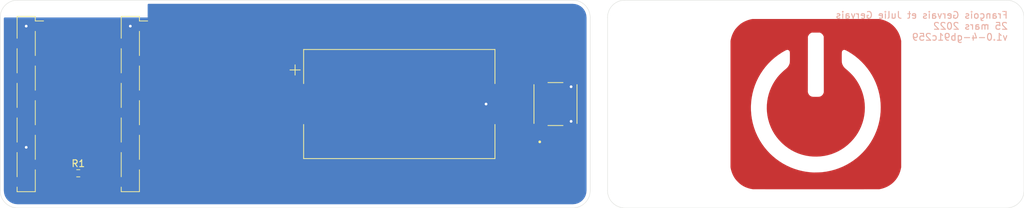
<source format=kicad_pcb>
(kicad_pcb (version 20171130) (host pcbnew 5.1.7-a382d34a8~88~ubuntu18.04.1)

  (general
    (thickness 1.6)
    (drawings 17)
    (tracks 29)
    (zones 0)
    (modules 6)
    (nets 19)
  )

  (page A4)
  (layers
    (0 F.Cu signal)
    (31 B.Cu signal)
    (32 B.Adhes user)
    (33 F.Adhes user)
    (34 B.Paste user)
    (35 F.Paste user)
    (36 B.SilkS user)
    (37 F.SilkS user)
    (38 B.Mask user)
    (39 F.Mask user)
    (40 Dwgs.User user)
    (41 Cmts.User user)
    (42 Eco1.User user)
    (43 Eco2.User user)
    (44 Edge.Cuts user)
    (45 Margin user)
    (46 B.CrtYd user)
    (47 F.CrtYd user hide)
    (48 B.Fab user)
    (49 F.Fab user hide)
  )

  (setup
    (last_trace_width 0.25)
    (trace_clearance 0.2)
    (zone_clearance 0.508)
    (zone_45_only no)
    (trace_min 0.2)
    (via_size 0.8)
    (via_drill 0.4)
    (via_min_size 0.4)
    (via_min_drill 0.3)
    (uvia_size 0.3)
    (uvia_drill 0.1)
    (uvias_allowed no)
    (uvia_min_size 0.2)
    (uvia_min_drill 0.1)
    (edge_width 0.05)
    (segment_width 0.2)
    (pcb_text_width 0.3)
    (pcb_text_size 1.5 1.5)
    (mod_edge_width 0.12)
    (mod_text_size 1 1)
    (mod_text_width 0.15)
    (pad_size 1.524 1.524)
    (pad_drill 0.762)
    (pad_to_mask_clearance 0)
    (aux_axis_origin 0 0)
    (grid_origin 20.32 30.48)
    (visible_elements FFFFFF7F)
    (pcbplotparams
      (layerselection 0x010fc_ffffffff)
      (usegerberextensions false)
      (usegerberattributes true)
      (usegerberadvancedattributes true)
      (creategerberjobfile true)
      (excludeedgelayer true)
      (linewidth 0.100000)
      (plotframeref false)
      (viasonmask false)
      (mode 1)
      (useauxorigin false)
      (hpglpennumber 1)
      (hpglpenspeed 20)
      (hpglpendiameter 15.000000)
      (psnegative false)
      (psa4output false)
      (plotreference true)
      (plotvalue true)
      (plotinvisibletext false)
      (padsonsilk false)
      (subtractmaskfromsilk false)
      (outputformat 1)
      (mirror false)
      (drillshape 1)
      (scaleselection 1)
      (outputdirectory ""))
  )

  (net 0 "")
  (net 1 GND)
  (net 2 VCC)
  (net 3 /VBUS)
  (net 4 /0.29)
  (net 5 /1.15)
  (net 6 /1.10)
  (net 7 /0.31)
  (net 8 /0.02)
  (net 9 /1.13)
  (net 10 /0.13)
  (net 11 /0.17)
  (net 12 /0.22)
  (net 13 /1.00)
  (net 14 /0.10)
  (net 15 /0.15)
  (net 16 /TX)
  (net 17 /RX)
  (net 18 /0.09)

  (net_class Default "This is the default net class."
    (clearance 0.2)
    (trace_width 0.25)
    (via_dia 0.8)
    (via_drill 0.4)
    (uvia_dia 0.3)
    (uvia_drill 0.1)
    (add_net /0.02)
    (add_net /0.09)
    (add_net /0.10)
    (add_net /0.13)
    (add_net /0.15)
    (add_net /0.17)
    (add_net /0.22)
    (add_net /0.29)
    (add_net /0.31)
    (add_net /1.00)
    (add_net /1.10)
    (add_net /1.13)
    (add_net /1.15)
    (add_net /RX)
    (add_net /TX)
    (add_net /VBUS)
    (add_net GND)
    (add_net VCC)
  )

  (module project-nrf-thread-switch_hardware:power_sym (layer F.Cu) (tedit 0) (tstamp 623E5220)
    (at 135.89 30.48)
    (fp_text reference Ref** (at 0 0) (layer F.SilkS) hide
      (effects (font (size 1.27 1.27) (thickness 0.15)))
    )
    (fp_text value Val** (at 0 0) (layer F.SilkS) hide
      (effects (font (size 1.27 1.27) (thickness 0.15)))
    )
    (fp_poly (pts (xy 9.525 -12.428928) (xy 9.868116 -12.337401) (xy 10.203157 -12.216602) (xy 10.522366 -12.070122)
      (xy 10.817983 -11.901554) (xy 11.082253 -11.714489) (xy 11.101917 -11.698745) (xy 11.4051 -11.42731)
      (xy 11.674003 -11.131208) (xy 11.908038 -10.811399) (xy 12.10662 -10.468844) (xy 12.269164 -10.104501)
      (xy 12.395084 -9.719331) (xy 12.450782 -9.488299) (xy 12.498917 -9.260417) (xy 12.498917 9.281583)
      (xy 12.450782 9.509465) (xy 12.352653 9.886606) (xy 12.220733 10.244395) (xy 12.11745 10.466917)
      (xy 11.921501 10.811423) (xy 11.69361 11.128953) (xy 11.435512 11.418177) (xy 11.148943 11.67777)
      (xy 10.83564 11.906401) (xy 10.497337 12.102745) (xy 10.135773 12.265471) (xy 9.752681 12.393253)
      (xy 9.525 12.450022) (xy 9.30275 12.498917) (xy 0.074083 12.50112) (xy -0.549247 12.50125)
      (xy -1.162077 12.501341) (xy -1.763039 12.501393) (xy -2.350761 12.501407) (xy -2.923874 12.501385)
      (xy -3.48101 12.501327) (xy -4.020797 12.501233) (xy -4.541867 12.501106) (xy -5.04285 12.500946)
      (xy -5.522376 12.500753) (xy -5.979076 12.500529) (xy -6.41158 12.500275) (xy -6.818518 12.499991)
      (xy -7.198521 12.499678) (xy -7.550219 12.499338) (xy -7.872243 12.49897) (xy -8.163222 12.498577)
      (xy -8.421788 12.498159) (xy -8.64657 12.497716) (xy -8.836199 12.49725) (xy -8.989306 12.496762)
      (xy -9.10452 12.496253) (xy -9.180473 12.495722) (xy -9.215794 12.495172) (xy -9.218083 12.495036)
      (xy -9.566879 12.431464) (xy -9.916774 12.333232) (xy -10.258488 12.203924) (xy -10.582737 12.047121)
      (xy -10.88024 11.866405) (xy -10.922 11.837446) (xy -11.046442 11.741525) (xy -11.186919 11.619818)
      (xy -11.334805 11.480948) (xy -11.481478 11.333541) (xy -11.618312 11.18622) (xy -11.736684 11.047608)
      (xy -11.81628 10.943167) (xy -11.998919 10.653071) (xy -12.159401 10.334118) (xy -12.293709 9.995701)
      (xy -12.397823 9.647211) (xy -12.429616 9.509465) (xy -12.47775 9.281583) (xy -12.47775 0.319343)
      (xy -9.493834 0.319343) (xy -9.488595 0.938604) (xy -9.443026 1.556394) (xy -9.357101 2.170669)
      (xy -9.230796 2.779384) (xy -9.064085 3.380493) (xy -8.856943 3.971951) (xy -8.771785 4.183764)
      (xy -8.511248 4.755743) (xy -8.215708 5.305468) (xy -7.886745 5.831676) (xy -7.525943 6.333099)
      (xy -7.134884 6.808475) (xy -6.715149 7.256536) (xy -6.268322 7.676018) (xy -5.795983 8.065655)
      (xy -5.299716 8.424183) (xy -4.781102 8.750336) (xy -4.241724 9.042849) (xy -3.683163 9.300456)
      (xy -3.107002 9.521893) (xy -2.514823 9.705894) (xy -1.908208 9.851194) (xy -1.616056 9.906187)
      (xy -1.403417 9.939866) (xy -1.172066 9.971537) (xy -0.936037 9.99957) (xy -0.709362 10.022332)
      (xy -0.506077 10.038191) (xy -0.455083 10.041181) (xy -0.336022 10.045008) (xy -0.184249 10.046026)
      (xy -0.009276 10.044506) (xy 0.179389 10.04072) (xy 0.372233 10.03494) (xy 0.559748 10.027437)
      (xy 0.732423 10.018482) (xy 0.880748 10.008346) (xy 0.96556 10.000635) (xy 1.593271 9.914028)
      (xy 2.207976 9.788088) (xy 2.808215 9.623983) (xy 3.392528 9.422885) (xy 3.959453 9.185962)
      (xy 4.507532 8.914384) (xy 5.035304 8.60932) (xy 5.541309 8.27194) (xy 6.024086 7.903414)
      (xy 6.482175 7.50491) (xy 6.914116 7.077599) (xy 7.318449 6.62265) (xy 7.693713 6.141232)
      (xy 8.038448 5.634516) (xy 8.351195 5.10367) (xy 8.630492 4.549864) (xy 8.874879 3.974267)
      (xy 9.030191 3.541621) (xy 9.2089 2.937558) (xy 9.346654 2.326642) (xy 9.443659 1.710931)
      (xy 9.500123 1.092481) (xy 9.516256 0.47335) (xy 9.492263 -0.144405) (xy 9.428354 -0.758727)
      (xy 9.324737 -1.367559) (xy 9.181618 -1.968845) (xy 8.999206 -2.560526) (xy 8.777709 -3.140545)
      (xy 8.517334 -3.706847) (xy 8.247091 -4.207993) (xy 7.920238 -4.731784) (xy 7.559669 -5.233863)
      (xy 7.167781 -5.711912) (xy 6.746972 -6.163613) (xy 6.299638 -6.586648) (xy 5.828176 -6.978698)
      (xy 5.334982 -7.337445) (xy 4.822455 -7.66057) (xy 4.482058 -7.849363) (xy 4.340215 -7.915349)
      (xy 4.221401 -7.950316) (xy 4.120094 -7.954497) (xy 4.030769 -7.928128) (xy 3.948505 -7.87197)
      (xy 3.911608 -7.837801) (xy 3.881348 -7.803353) (xy 3.857068 -7.764214) (xy 3.838113 -7.715971)
      (xy 3.823827 -7.654213) (xy 3.813555 -7.574525) (xy 3.80664 -7.472496) (xy 3.802428 -7.343714)
      (xy 3.800262 -7.183765) (xy 3.799487 -6.988237) (xy 3.799417 -6.868583) (xy 3.79964 -6.655098)
      (xy 3.800732 -6.478671) (xy 3.803324 -6.334025) (xy 3.808047 -6.215886) (xy 3.815533 -6.118979)
      (xy 3.826414 -6.038028) (xy 3.841321 -5.967757) (xy 3.860887 -5.902893) (xy 3.885742 -5.838159)
      (xy 3.916518 -5.76828) (xy 3.936272 -5.725583) (xy 4.003678 -5.594158) (xy 4.078754 -5.476725)
      (xy 4.168027 -5.365572) (xy 4.278022 -5.252987) (xy 4.415264 -5.131257) (xy 4.49432 -5.066029)
      (xy 4.654887 -4.93001) (xy 4.829104 -4.772143) (xy 5.008775 -4.600591) (xy 5.185703 -4.423517)
      (xy 5.351692 -4.249086) (xy 5.498546 -4.085459) (xy 5.596004 -3.96875) (xy 5.922984 -3.52696)
      (xy 6.213331 -3.066077) (xy 6.466645 -2.588305) (xy 6.682522 -2.09585) (xy 6.860562 -1.590915)
      (xy 7.000363 -1.075707) (xy 7.101522 -0.55243) (xy 7.163638 -0.023289) (xy 7.186309 0.509511)
      (xy 7.169133 1.043766) (xy 7.111708 1.57727) (xy 7.013633 2.107819) (xy 6.874504 2.633208)
      (xy 6.826709 2.783417) (xy 6.637677 3.294895) (xy 6.416824 3.779826) (xy 6.162521 4.240849)
      (xy 5.873137 4.680603) (xy 5.547042 5.101729) (xy 5.182607 5.506864) (xy 5.081056 5.610223)
      (xy 4.679657 5.984925) (xy 4.262956 6.320862) (xy 3.828315 6.619663) (xy 3.373093 6.882958)
      (xy 2.894651 7.112378) (xy 2.390351 7.309552) (xy 2.25425 7.355876) (xy 1.739832 7.503792)
      (xy 1.214243 7.612121) (xy 0.680891 7.680946) (xy 0.143186 7.710355) (xy -0.395462 7.700432)
      (xy -0.931642 7.651263) (xy -1.461947 7.562933) (xy -1.982965 7.435528) (xy -2.491288 7.269134)
      (xy -2.582333 7.2346) (xy -3.083852 7.017914) (xy -3.563963 6.764848) (xy -4.023 6.475183)
      (xy -4.46129 6.148703) (xy -4.879167 5.785193) (xy -5.05989 5.610223) (xy -5.434592 5.208824)
      (xy -5.770529 4.792123) (xy -6.06933 4.357481) (xy -6.332625 3.902259) (xy -6.562045 3.423818)
      (xy -6.759219 2.919518) (xy -6.805543 2.783417) (xy -6.956665 2.259688) (xy -7.066603 1.730228)
      (xy -7.135755 1.197231) (xy -7.164523 0.662893) (xy -7.153306 0.129408) (xy -7.102505 -0.40103)
      (xy -7.012518 -0.926225) (xy -6.883748 -1.443984) (xy -6.787819 -1.735593) (xy -1.164592 -1.735593)
      (xy -1.120101 -1.603525) (xy -1.042348 -1.434875) (xy -0.932962 -1.292383) (xy -0.79523 -1.179409)
      (xy -0.632436 -1.099312) (xy -0.624417 -1.09648) (xy -0.584265 -1.084592) (xy -0.536956 -1.075473)
      (xy -0.476564 -1.068768) (xy -0.397161 -1.064124) (xy -0.292823 -1.061186) (xy -0.157623 -1.059599)
      (xy 0.001927 -1.059025) (xy 0.185157 -1.059517) (xy 0.330794 -1.061682) (xy 0.443552 -1.065741)
      (xy 0.528147 -1.071917) (xy 0.589293 -1.08043) (xy 0.621449 -1.088131) (xy 0.780169 -1.157349)
      (xy 0.920227 -1.261248) (xy 1.035965 -1.394226) (xy 1.121728 -1.550677) (xy 1.141435 -1.603338)
      (xy 1.185758 -1.735593) (xy 1.17475 -9.895417) (xy 1.10732 -10.037758) (xy 1.009985 -10.195649)
      (xy 0.881896 -10.327057) (xy 0.728215 -10.426713) (xy 0.724255 -10.428671) (xy 0.60325 -10.488083)
      (xy -0.582083 -10.488083) (xy -0.703088 -10.428671) (xy -0.857321 -10.329841) (xy -0.986084 -10.199134)
      (xy -1.084218 -10.041817) (xy -1.086154 -10.037758) (xy -1.153583 -9.895417) (xy -1.159088 -5.815505)
      (xy -1.164592 -1.735593) (xy -6.787819 -1.735593) (xy -6.716592 -1.952111) (xy -6.511452 -2.448412)
      (xy -6.268727 -2.930692) (xy -5.988817 -3.396757) (xy -5.672123 -3.844412) (xy -5.574838 -3.96875)
      (xy -5.448993 -4.117998) (xy -5.297511 -4.284528) (xy -5.128588 -4.460175) (xy -4.950421 -4.636777)
      (xy -4.771206 -4.806169) (xy -4.599139 -4.960189) (xy -4.473154 -5.066029) (xy -4.323021 -5.192491)
      (xy -4.20286 -5.305941) (xy -4.105897 -5.414393) (xy -4.025358 -5.525855) (xy -3.954469 -5.64834)
      (xy -3.916847 -5.723922) (xy -3.882161 -5.798241) (xy -3.853799 -5.864696) (xy -3.831126 -5.928533)
      (xy -3.813505 -5.995002) (xy -3.800303 -6.069352) (xy -3.790882 -6.15683) (xy -3.784607 -6.262687)
      (xy -3.780844 -6.39217) (xy -3.778956 -6.550529) (xy -3.778308 -6.743011) (xy -3.77825 -6.868583)
      (xy -3.77843 -7.068431) (xy -3.779112 -7.230647) (xy -3.780511 -7.35993) (xy -3.782843 -7.460981)
      (xy -3.786322 -7.538499) (xy -3.791163 -7.597185) (xy -3.79758 -7.641738) (xy -3.805789 -7.67686)
      (xy -3.816004 -7.707248) (xy -3.816666 -7.708972) (xy -3.879281 -7.820198) (xy -3.966025 -7.899271)
      (xy -4.071532 -7.943381) (xy -4.190436 -7.949716) (xy -4.253576 -7.937749) (xy -4.323836 -7.911895)
      (xy -4.424162 -7.864971) (xy -4.549574 -7.799657) (xy -4.695096 -7.718636) (xy -4.855751 -7.624589)
      (xy -5.013503 -7.528331) (xy -5.535266 -7.179155) (xy -6.031747 -6.796784) (xy -6.501355 -6.383047)
      (xy -6.9425 -5.939773) (xy -7.35359 -5.468792) (xy -7.733035 -4.971933) (xy -8.079245 -4.451024)
      (xy -8.390627 -3.907895) (xy -8.665592 -3.344375) (xy -8.679735 -3.312583) (xy -8.915951 -2.727444)
      (xy -9.111987 -2.131506) (xy -9.267819 -1.526813) (xy -9.383421 -0.91541) (xy -9.458767 -0.299343)
      (xy -9.493834 0.319343) (xy -12.47775 0.319343) (xy -12.47775 -9.260417) (xy -12.429616 -9.488299)
      (xy -12.338476 -9.838175) (xy -12.215562 -10.181674) (xy -12.064893 -10.509402) (xy -11.890487 -10.811966)
      (xy -11.81628 -10.922) (xy -11.720359 -11.046442) (xy -11.598652 -11.186919) (xy -11.459782 -11.334805)
      (xy -11.312375 -11.481478) (xy -11.165053 -11.618312) (xy -11.026442 -11.736684) (xy -10.922 -11.81628)
      (xy -10.631905 -11.998919) (xy -10.312952 -12.159401) (xy -9.974534 -12.293709) (xy -9.626045 -12.397823)
      (xy -9.488299 -12.429616) (xy -9.260417 -12.47775) (xy 9.30275 -12.47775) (xy 9.525 -12.428928)) (layer F.Cu) (width 0.01))
    (fp_poly (pts (xy 9.525 -12.428928) (xy 9.868116 -12.337401) (xy 10.203157 -12.216602) (xy 10.522366 -12.070122)
      (xy 10.817983 -11.901554) (xy 11.082253 -11.714489) (xy 11.101917 -11.698745) (xy 11.4051 -11.42731)
      (xy 11.674003 -11.131208) (xy 11.908038 -10.811399) (xy 12.10662 -10.468844) (xy 12.269164 -10.104501)
      (xy 12.395084 -9.719331) (xy 12.450782 -9.488299) (xy 12.498917 -9.260417) (xy 12.498917 9.281583)
      (xy 12.450782 9.509465) (xy 12.352653 9.886606) (xy 12.220733 10.244395) (xy 12.11745 10.466917)
      (xy 11.921501 10.811423) (xy 11.69361 11.128953) (xy 11.435512 11.418177) (xy 11.148943 11.67777)
      (xy 10.83564 11.906401) (xy 10.497337 12.102745) (xy 10.135773 12.265471) (xy 9.752681 12.393253)
      (xy 9.525 12.450022) (xy 9.30275 12.498917) (xy 0.074083 12.50112) (xy -0.549247 12.50125)
      (xy -1.162077 12.501341) (xy -1.763039 12.501393) (xy -2.350761 12.501407) (xy -2.923874 12.501385)
      (xy -3.48101 12.501327) (xy -4.020797 12.501233) (xy -4.541867 12.501106) (xy -5.04285 12.500946)
      (xy -5.522376 12.500753) (xy -5.979076 12.500529) (xy -6.41158 12.500275) (xy -6.818518 12.499991)
      (xy -7.198521 12.499678) (xy -7.550219 12.499338) (xy -7.872243 12.49897) (xy -8.163222 12.498577)
      (xy -8.421788 12.498159) (xy -8.64657 12.497716) (xy -8.836199 12.49725) (xy -8.989306 12.496762)
      (xy -9.10452 12.496253) (xy -9.180473 12.495722) (xy -9.215794 12.495172) (xy -9.218083 12.495036)
      (xy -9.566879 12.431464) (xy -9.916774 12.333232) (xy -10.258488 12.203924) (xy -10.582737 12.047121)
      (xy -10.88024 11.866405) (xy -10.922 11.837446) (xy -11.046442 11.741525) (xy -11.186919 11.619818)
      (xy -11.334805 11.480948) (xy -11.481478 11.333541) (xy -11.618312 11.18622) (xy -11.736684 11.047608)
      (xy -11.81628 10.943167) (xy -11.998919 10.653071) (xy -12.159401 10.334118) (xy -12.293709 9.995701)
      (xy -12.397823 9.647211) (xy -12.429616 9.509465) (xy -12.47775 9.281583) (xy -12.47775 0.319343)
      (xy -9.493834 0.319343) (xy -9.488595 0.938604) (xy -9.443026 1.556394) (xy -9.357101 2.170669)
      (xy -9.230796 2.779384) (xy -9.064085 3.380493) (xy -8.856943 3.971951) (xy -8.771785 4.183764)
      (xy -8.511248 4.755743) (xy -8.215708 5.305468) (xy -7.886745 5.831676) (xy -7.525943 6.333099)
      (xy -7.134884 6.808475) (xy -6.715149 7.256536) (xy -6.268322 7.676018) (xy -5.795983 8.065655)
      (xy -5.299716 8.424183) (xy -4.781102 8.750336) (xy -4.241724 9.042849) (xy -3.683163 9.300456)
      (xy -3.107002 9.521893) (xy -2.514823 9.705894) (xy -1.908208 9.851194) (xy -1.616056 9.906187)
      (xy -1.403417 9.939866) (xy -1.172066 9.971537) (xy -0.936037 9.99957) (xy -0.709362 10.022332)
      (xy -0.506077 10.038191) (xy -0.455083 10.041181) (xy -0.336022 10.045008) (xy -0.184249 10.046026)
      (xy -0.009276 10.044506) (xy 0.179389 10.04072) (xy 0.372233 10.03494) (xy 0.559748 10.027437)
      (xy 0.732423 10.018482) (xy 0.880748 10.008346) (xy 0.96556 10.000635) (xy 1.593271 9.914028)
      (xy 2.207976 9.788088) (xy 2.808215 9.623983) (xy 3.392528 9.422885) (xy 3.959453 9.185962)
      (xy 4.507532 8.914384) (xy 5.035304 8.60932) (xy 5.541309 8.27194) (xy 6.024086 7.903414)
      (xy 6.482175 7.50491) (xy 6.914116 7.077599) (xy 7.318449 6.62265) (xy 7.693713 6.141232)
      (xy 8.038448 5.634516) (xy 8.351195 5.10367) (xy 8.630492 4.549864) (xy 8.874879 3.974267)
      (xy 9.030191 3.541621) (xy 9.2089 2.937558) (xy 9.346654 2.326642) (xy 9.443659 1.710931)
      (xy 9.500123 1.092481) (xy 9.516256 0.47335) (xy 9.492263 -0.144405) (xy 9.428354 -0.758727)
      (xy 9.324737 -1.367559) (xy 9.181618 -1.968845) (xy 8.999206 -2.560526) (xy 8.777709 -3.140545)
      (xy 8.517334 -3.706847) (xy 8.247091 -4.207993) (xy 7.920238 -4.731784) (xy 7.559669 -5.233863)
      (xy 7.167781 -5.711912) (xy 6.746972 -6.163613) (xy 6.299638 -6.586648) (xy 5.828176 -6.978698)
      (xy 5.334982 -7.337445) (xy 4.822455 -7.66057) (xy 4.482058 -7.849363) (xy 4.340215 -7.915349)
      (xy 4.221401 -7.950316) (xy 4.120094 -7.954497) (xy 4.030769 -7.928128) (xy 3.948505 -7.87197)
      (xy 3.911608 -7.837801) (xy 3.881348 -7.803353) (xy 3.857068 -7.764214) (xy 3.838113 -7.715971)
      (xy 3.823827 -7.654213) (xy 3.813555 -7.574525) (xy 3.80664 -7.472496) (xy 3.802428 -7.343714)
      (xy 3.800262 -7.183765) (xy 3.799487 -6.988237) (xy 3.799417 -6.868583) (xy 3.79964 -6.655098)
      (xy 3.800732 -6.478671) (xy 3.803324 -6.334025) (xy 3.808047 -6.215886) (xy 3.815533 -6.118979)
      (xy 3.826414 -6.038028) (xy 3.841321 -5.967757) (xy 3.860887 -5.902893) (xy 3.885742 -5.838159)
      (xy 3.916518 -5.76828) (xy 3.936272 -5.725583) (xy 4.003678 -5.594158) (xy 4.078754 -5.476725)
      (xy 4.168027 -5.365572) (xy 4.278022 -5.252987) (xy 4.415264 -5.131257) (xy 4.49432 -5.066029)
      (xy 4.654887 -4.93001) (xy 4.829104 -4.772143) (xy 5.008775 -4.600591) (xy 5.185703 -4.423517)
      (xy 5.351692 -4.249086) (xy 5.498546 -4.085459) (xy 5.596004 -3.96875) (xy 5.922984 -3.52696)
      (xy 6.213331 -3.066077) (xy 6.466645 -2.588305) (xy 6.682522 -2.09585) (xy 6.860562 -1.590915)
      (xy 7.000363 -1.075707) (xy 7.101522 -0.55243) (xy 7.163638 -0.023289) (xy 7.186309 0.509511)
      (xy 7.169133 1.043766) (xy 7.111708 1.57727) (xy 7.013633 2.107819) (xy 6.874504 2.633208)
      (xy 6.826709 2.783417) (xy 6.637677 3.294895) (xy 6.416824 3.779826) (xy 6.162521 4.240849)
      (xy 5.873137 4.680603) (xy 5.547042 5.101729) (xy 5.182607 5.506864) (xy 5.081056 5.610223)
      (xy 4.679657 5.984925) (xy 4.262956 6.320862) (xy 3.828315 6.619663) (xy 3.373093 6.882958)
      (xy 2.894651 7.112378) (xy 2.390351 7.309552) (xy 2.25425 7.355876) (xy 1.739832 7.503792)
      (xy 1.214243 7.612121) (xy 0.680891 7.680946) (xy 0.143186 7.710355) (xy -0.395462 7.700432)
      (xy -0.931642 7.651263) (xy -1.461947 7.562933) (xy -1.982965 7.435528) (xy -2.491288 7.269134)
      (xy -2.582333 7.2346) (xy -3.083852 7.017914) (xy -3.563963 6.764848) (xy -4.023 6.475183)
      (xy -4.46129 6.148703) (xy -4.879167 5.785193) (xy -5.05989 5.610223) (xy -5.434592 5.208824)
      (xy -5.770529 4.792123) (xy -6.06933 4.357481) (xy -6.332625 3.902259) (xy -6.562045 3.423818)
      (xy -6.759219 2.919518) (xy -6.805543 2.783417) (xy -6.956665 2.259688) (xy -7.066603 1.730228)
      (xy -7.135755 1.197231) (xy -7.164523 0.662893) (xy -7.153306 0.129408) (xy -7.102505 -0.40103)
      (xy -7.012518 -0.926225) (xy -6.883748 -1.443984) (xy -6.787819 -1.735593) (xy -1.164592 -1.735593)
      (xy -1.120101 -1.603525) (xy -1.042348 -1.434875) (xy -0.932962 -1.292383) (xy -0.79523 -1.179409)
      (xy -0.632436 -1.099312) (xy -0.624417 -1.09648) (xy -0.584265 -1.084592) (xy -0.536956 -1.075473)
      (xy -0.476564 -1.068768) (xy -0.397161 -1.064124) (xy -0.292823 -1.061186) (xy -0.157623 -1.059599)
      (xy 0.001927 -1.059025) (xy 0.185157 -1.059517) (xy 0.330794 -1.061682) (xy 0.443552 -1.065741)
      (xy 0.528147 -1.071917) (xy 0.589293 -1.08043) (xy 0.621449 -1.088131) (xy 0.780169 -1.157349)
      (xy 0.920227 -1.261248) (xy 1.035965 -1.394226) (xy 1.121728 -1.550677) (xy 1.141435 -1.603338)
      (xy 1.185758 -1.735593) (xy 1.17475 -9.895417) (xy 1.10732 -10.037758) (xy 1.009985 -10.195649)
      (xy 0.881896 -10.327057) (xy 0.728215 -10.426713) (xy 0.724255 -10.428671) (xy 0.60325 -10.488083)
      (xy -0.582083 -10.488083) (xy -0.703088 -10.428671) (xy -0.857321 -10.329841) (xy -0.986084 -10.199134)
      (xy -1.084218 -10.041817) (xy -1.086154 -10.037758) (xy -1.153583 -9.895417) (xy -1.159088 -5.815505)
      (xy -1.164592 -1.735593) (xy -6.787819 -1.735593) (xy -6.716592 -1.952111) (xy -6.511452 -2.448412)
      (xy -6.268727 -2.930692) (xy -5.988817 -3.396757) (xy -5.672123 -3.844412) (xy -5.574838 -3.96875)
      (xy -5.448993 -4.117998) (xy -5.297511 -4.284528) (xy -5.128588 -4.460175) (xy -4.950421 -4.636777)
      (xy -4.771206 -4.806169) (xy -4.599139 -4.960189) (xy -4.473154 -5.066029) (xy -4.323021 -5.192491)
      (xy -4.20286 -5.305941) (xy -4.105897 -5.414393) (xy -4.025358 -5.525855) (xy -3.954469 -5.64834)
      (xy -3.916847 -5.723922) (xy -3.882161 -5.798241) (xy -3.853799 -5.864696) (xy -3.831126 -5.928533)
      (xy -3.813505 -5.995002) (xy -3.800303 -6.069352) (xy -3.790882 -6.15683) (xy -3.784607 -6.262687)
      (xy -3.780844 -6.39217) (xy -3.778956 -6.550529) (xy -3.778308 -6.743011) (xy -3.77825 -6.868583)
      (xy -3.77843 -7.068431) (xy -3.779112 -7.230647) (xy -3.780511 -7.35993) (xy -3.782843 -7.460981)
      (xy -3.786322 -7.538499) (xy -3.791163 -7.597185) (xy -3.79758 -7.641738) (xy -3.805789 -7.67686)
      (xy -3.816004 -7.707248) (xy -3.816666 -7.708972) (xy -3.879281 -7.820198) (xy -3.966025 -7.899271)
      (xy -4.071532 -7.943381) (xy -4.190436 -7.949716) (xy -4.253576 -7.937749) (xy -4.323836 -7.911895)
      (xy -4.424162 -7.864971) (xy -4.549574 -7.799657) (xy -4.695096 -7.718636) (xy -4.855751 -7.624589)
      (xy -5.013503 -7.528331) (xy -5.535266 -7.179155) (xy -6.031747 -6.796784) (xy -6.501355 -6.383047)
      (xy -6.9425 -5.939773) (xy -7.35359 -5.468792) (xy -7.733035 -4.971933) (xy -8.079245 -4.451024)
      (xy -8.390627 -3.907895) (xy -8.665592 -3.344375) (xy -8.679735 -3.312583) (xy -8.915951 -2.727444)
      (xy -9.111987 -2.131506) (xy -9.267819 -1.526813) (xy -9.383421 -0.91541) (xy -9.458767 -0.299343)
      (xy -9.493834 0.319343) (xy -12.47775 0.319343) (xy -12.47775 -9.260417) (xy -12.429616 -9.488299)
      (xy -12.338476 -9.838175) (xy -12.215562 -10.181674) (xy -12.064893 -10.509402) (xy -11.890487 -10.811966)
      (xy -11.81628 -10.922) (xy -11.720359 -11.046442) (xy -11.598652 -11.186919) (xy -11.459782 -11.334805)
      (xy -11.312375 -11.481478) (xy -11.165053 -11.618312) (xy -11.026442 -11.736684) (xy -10.922 -11.81628)
      (xy -10.631905 -11.998919) (xy -10.312952 -12.159401) (xy -9.974534 -12.293709) (xy -9.626045 -12.397823)
      (xy -9.488299 -12.429616) (xy -9.260417 -12.47775) (xy 9.30275 -12.47775) (xy 9.525 -12.428928)) (layer F.Mask) (width 0.01))
  )

  (module Connector_PinSocket_2.54mm:PinSocket_1x10_P2.54mm_Vertical_SMD_Pin1Right (layer F.Cu) (tedit 5A19A42F) (tstamp 623293B7)
    (at 20.32 30.48)
    (descr "surface-mounted straight socket strip, 1x10, 2.54mm pitch, single row, style 2 (pin 1 right) (https://cdn.harwin.com/pdfs/M20-786.pdf), script generated")
    (tags "Surface mounted socket strip SMD 1x10 2.54mm single row style2 pin1 right")
    (path /62320CB9)
    (attr smd)
    (fp_text reference J1 (at 0 -14.3) (layer F.Fab)
      (effects (font (size 1 1) (thickness 0.15)))
    )
    (fp_text value Left (at 0 14.3) (layer F.Fab)
      (effects (font (size 1 1) (thickness 0.15)))
    )
    (fp_text user %R (at 0 0 90) (layer F.Fab)
      (effects (font (size 1 1) (thickness 0.15)))
    )
    (fp_line (start -1.33 -12.86) (end 1.33 -12.86) (layer F.SilkS) (width 0.12))
    (fp_line (start 1.33 -12.86) (end 1.33 -12.19) (layer F.SilkS) (width 0.12))
    (fp_line (start 1.33 -10.67) (end 1.33 -7.11) (layer F.SilkS) (width 0.12))
    (fp_line (start 1.33 -5.59) (end 1.33 -2.03) (layer F.SilkS) (width 0.12))
    (fp_line (start 1.33 -0.51) (end 1.33 3.05) (layer F.SilkS) (width 0.12))
    (fp_line (start 1.33 4.57) (end 1.33 8.13) (layer F.SilkS) (width 0.12))
    (fp_line (start 1.33 9.65) (end 1.33 12.86) (layer F.SilkS) (width 0.12))
    (fp_line (start -1.33 12.86) (end 1.33 12.86) (layer F.SilkS) (width 0.12))
    (fp_line (start -1.33 -12.86) (end -1.33 -9.65) (layer F.SilkS) (width 0.12))
    (fp_line (start -1.33 -8.13) (end -1.33 -4.57) (layer F.SilkS) (width 0.12))
    (fp_line (start -1.33 -3.05) (end -1.33 0.51) (layer F.SilkS) (width 0.12))
    (fp_line (start -1.33 2.03) (end -1.33 5.59) (layer F.SilkS) (width 0.12))
    (fp_line (start -1.33 7.11) (end -1.33 10.67) (layer F.SilkS) (width 0.12))
    (fp_line (start -1.33 12.19) (end -1.33 12.86) (layer F.SilkS) (width 0.12))
    (fp_line (start 1.33 -12.19) (end 2.54 -12.19) (layer F.SilkS) (width 0.12))
    (fp_line (start -1.27 -12.8) (end 0.635 -12.8) (layer F.Fab) (width 0.1))
    (fp_line (start 0.635 -12.8) (end 1.27 -12.165) (layer F.Fab) (width 0.1))
    (fp_line (start 1.27 -12.165) (end 1.27 12.8) (layer F.Fab) (width 0.1))
    (fp_line (start 1.27 12.8) (end -1.27 12.8) (layer F.Fab) (width 0.1))
    (fp_line (start -1.27 12.8) (end -1.27 -12.8) (layer F.Fab) (width 0.1))
    (fp_line (start 1.27 -11.73) (end 2.27 -11.73) (layer F.Fab) (width 0.1))
    (fp_line (start 2.27 -11.73) (end 2.27 -11.13) (layer F.Fab) (width 0.1))
    (fp_line (start 2.27 -11.13) (end 1.27 -11.13) (layer F.Fab) (width 0.1))
    (fp_line (start -2.27 -9.19) (end -1.27 -9.19) (layer F.Fab) (width 0.1))
    (fp_line (start -1.27 -8.59) (end -2.27 -8.59) (layer F.Fab) (width 0.1))
    (fp_line (start -2.27 -8.59) (end -2.27 -9.19) (layer F.Fab) (width 0.1))
    (fp_line (start 1.27 -6.65) (end 2.27 -6.65) (layer F.Fab) (width 0.1))
    (fp_line (start 2.27 -6.65) (end 2.27 -6.05) (layer F.Fab) (width 0.1))
    (fp_line (start 2.27 -6.05) (end 1.27 -6.05) (layer F.Fab) (width 0.1))
    (fp_line (start -2.27 -4.11) (end -1.27 -4.11) (layer F.Fab) (width 0.1))
    (fp_line (start -1.27 -3.51) (end -2.27 -3.51) (layer F.Fab) (width 0.1))
    (fp_line (start -2.27 -3.51) (end -2.27 -4.11) (layer F.Fab) (width 0.1))
    (fp_line (start 1.27 -1.57) (end 2.27 -1.57) (layer F.Fab) (width 0.1))
    (fp_line (start 2.27 -1.57) (end 2.27 -0.97) (layer F.Fab) (width 0.1))
    (fp_line (start 2.27 -0.97) (end 1.27 -0.97) (layer F.Fab) (width 0.1))
    (fp_line (start -2.27 0.97) (end -1.27 0.97) (layer F.Fab) (width 0.1))
    (fp_line (start -1.27 1.57) (end -2.27 1.57) (layer F.Fab) (width 0.1))
    (fp_line (start -2.27 1.57) (end -2.27 0.97) (layer F.Fab) (width 0.1))
    (fp_line (start 1.27 3.51) (end 2.27 3.51) (layer F.Fab) (width 0.1))
    (fp_line (start 2.27 3.51) (end 2.27 4.11) (layer F.Fab) (width 0.1))
    (fp_line (start 2.27 4.11) (end 1.27 4.11) (layer F.Fab) (width 0.1))
    (fp_line (start -2.27 6.05) (end -1.27 6.05) (layer F.Fab) (width 0.1))
    (fp_line (start -1.27 6.65) (end -2.27 6.65) (layer F.Fab) (width 0.1))
    (fp_line (start -2.27 6.65) (end -2.27 6.05) (layer F.Fab) (width 0.1))
    (fp_line (start 1.27 8.59) (end 2.27 8.59) (layer F.Fab) (width 0.1))
    (fp_line (start 2.27 8.59) (end 2.27 9.19) (layer F.Fab) (width 0.1))
    (fp_line (start 2.27 9.19) (end 1.27 9.19) (layer F.Fab) (width 0.1))
    (fp_line (start -2.27 11.13) (end -1.27 11.13) (layer F.Fab) (width 0.1))
    (fp_line (start -1.27 11.73) (end -2.27 11.73) (layer F.Fab) (width 0.1))
    (fp_line (start -2.27 11.73) (end -2.27 11.13) (layer F.Fab) (width 0.1))
    (fp_line (start -3.1 -13.3) (end 3.1 -13.3) (layer F.CrtYd) (width 0.05))
    (fp_line (start 3.1 -13.3) (end 3.1 13.3) (layer F.CrtYd) (width 0.05))
    (fp_line (start 3.1 13.3) (end -3.1 13.3) (layer F.CrtYd) (width 0.05))
    (fp_line (start -3.1 13.3) (end -3.1 -13.3) (layer F.CrtYd) (width 0.05))
    (pad 9 smd rect (at 1.65 8.89) (size 1.9 1) (layers F.Cu F.Paste F.Mask)
      (net 2 VCC))
    (pad 7 smd rect (at 1.65 3.81) (size 1.9 1) (layers F.Cu F.Paste F.Mask)
      (net 7 /0.31))
    (pad 5 smd rect (at 1.65 -1.27) (size 1.9 1) (layers F.Cu F.Paste F.Mask)
      (net 8 /0.02))
    (pad 3 smd rect (at 1.65 -6.35) (size 1.9 1) (layers F.Cu F.Paste F.Mask)
      (net 9 /1.13))
    (pad 1 smd rect (at 1.65 -11.43) (size 1.9 1) (layers F.Cu F.Paste F.Mask)
      (net 1 GND))
    (pad 10 smd rect (at -1.65 11.43) (size 1.9 1) (layers F.Cu F.Paste F.Mask)
      (net 3 /VBUS))
    (pad 8 smd rect (at -1.65 6.35) (size 1.9 1) (layers F.Cu F.Paste F.Mask)
      (net 1 GND))
    (pad 6 smd rect (at -1.65 1.27) (size 1.9 1) (layers F.Cu F.Paste F.Mask)
      (net 4 /0.29))
    (pad 4 smd rect (at -1.65 -3.81) (size 1.9 1) (layers F.Cu F.Paste F.Mask)
      (net 5 /1.15))
    (pad 2 smd rect (at -1.65 -8.89) (size 1.9 1) (layers F.Cu F.Paste F.Mask)
      (net 6 /1.10))
    (model ${KISYS3DMOD}/Connector_PinSocket_2.54mm.3dshapes/PinSocket_1x10_P2.54mm_Vertical_SMD_Pin1Right.wrl
      (at (xyz 0 0 0))
      (scale (xyz 1 1 1))
      (rotate (xyz 0 0 0))
    )
  )

  (module BA2032SM:BAT_BA2032SM (layer F.Cu) (tedit 623249E3) (tstamp 62329372)
    (at 74.93 30.48)
    (path /623369E5)
    (fp_text reference BT1 (at -13.06935 -9.13613) (layer F.Fab)
      (effects (font (size 1.00178 1.00178) (thickness 0.15)))
    )
    (fp_text value BA2032SM (at -8.62928 9.36494) (layer F.Fab)
      (effects (font (size 1.000094 1.000094) (thickness 0.15)))
    )
    (fp_line (start -15.25 -4.25) (end -15.25 -5.75) (layer F.Fab) (width 0.127))
    (fp_line (start -16 -5) (end -14.5 -5) (layer F.Fab) (width 0.127))
    (fp_line (start -15.25 -4.25) (end -15.25 -5.75) (layer F.SilkS) (width 0.127))
    (fp_line (start -14 8) (end -14 3) (layer F.SilkS) (width 0.127))
    (fp_line (start 14 8) (end -14 8) (layer F.SilkS) (width 0.127))
    (fp_line (start 14 3) (end 14 8) (layer F.SilkS) (width 0.127))
    (fp_line (start 14 -8) (end 14 -3) (layer F.SilkS) (width 0.127))
    (fp_line (start -14 -8) (end 14 -8) (layer F.SilkS) (width 0.127))
    (fp_line (start -14 -3) (end -14 -8) (layer F.SilkS) (width 0.127))
    (fp_line (start -16 -5) (end -14.5 -5) (layer F.SilkS) (width 0.127))
    (fp_line (start 14.5 -5) (end 16 -5) (layer F.Fab) (width 0.127))
    (fp_poly (pts (xy -5.6 -3.6) (xy 5.6 -3.6) (xy 5.6 3.6) (xy -5.6 3.6)) (layer F.Mask) (width 0.000009))
    (fp_poly (pts (xy -5.5 -3.5) (xy 5.5 -3.5) (xy 5.5 3.5) (xy -5.5 3.5)) (layer F.Cu) (width 0.000009))
    (fp_line (start 16.25 -8.25) (end -16.25 -8.25) (layer F.CrtYd) (width 0.05))
    (fp_line (start 16.25 8.25) (end 16.25 -8.25) (layer F.CrtYd) (width 0.05))
    (fp_line (start -16.25 8.25) (end 16.25 8.25) (layer F.CrtYd) (width 0.05))
    (fp_line (start -16.25 -8.25) (end -16.25 8.25) (layer F.CrtYd) (width 0.05))
    (fp_line (start 14 -8) (end 14 8) (layer F.Fab) (width 0.127))
    (fp_line (start -14 8) (end 14 8) (layer F.Fab) (width 0.127))
    (fp_line (start -14 -8) (end -14 8) (layer F.Fab) (width 0.127))
    (fp_line (start -14 -8) (end 14 -8) (layer F.Fab) (width 0.127))
    (pad - smd rect (at 14.65 0) (size 2.6 3.56) (layers F.Cu F.Paste F.Mask)
      (net 1 GND))
    (pad + smd rect (at -14.65 0) (size 2.6 3.56) (layers F.Cu F.Paste F.Mask)
      (net 2 VCC))
    (model ${KIPRJMOD}/kicad-library/BA2032SM/BA2032SM.step
      (at (xyz 0 0 0))
      (scale (xyz 1 1 1))
      (rotate (xyz -90 0 180))
    )
  )

  (module B3FS-1010:SW_B3FS-1010P (layer F.Cu) (tedit 623C8A6C) (tstamp 62329482)
    (at 97.79 30.48 90)
    (path /6236F713)
    (fp_text reference S1 (at -1.905 -4.445 90) (layer F.Fab)
      (effects (font (size 1 1) (thickness 0.15)))
    )
    (fp_text value 1571563-9 (at 3.175 4.445 90) (layer F.Fab)
      (effects (font (size 1 1) (thickness 0.15)))
    )
    (fp_circle (center 0 0) (end 1.5 0) (layer F.Fab) (width 0.127))
    (fp_circle (center -5.55 -2.3) (end -5.45 -2.3) (layer F.Fab) (width 0.2))
    (fp_circle (center -5.55 -2.3) (end -5.45 -2.3) (layer F.SilkS) (width 0.2))
    (fp_line (start -5.05 -3.4) (end 5.05 -3.4) (layer F.CrtYd) (width 0.05))
    (fp_line (start -5.05 3.4) (end -5.05 -3.4) (layer F.CrtYd) (width 0.05))
    (fp_line (start 5.05 3.4) (end -5.05 3.4) (layer F.CrtYd) (width 0.05))
    (fp_line (start 5.05 -3.4) (end 5.05 3.4) (layer F.CrtYd) (width 0.05))
    (fp_line (start -3.15 1.1) (end -3.15 -1.1) (layer F.SilkS) (width 0.127))
    (fp_line (start 3.15 -1.1) (end 3.15 1.1) (layer F.SilkS) (width 0.127))
    (fp_line (start -2.85 3.15) (end 2.85 3.15) (layer F.SilkS) (width 0.127))
    (fp_line (start -2.85 -3.15) (end 2.85 -3.15) (layer F.SilkS) (width 0.127))
    (fp_line (start -3.15 3.15) (end -3.15 -3.15) (layer F.Fab) (width 0.127))
    (fp_line (start 3.15 3.15) (end -3.15 3.15) (layer F.Fab) (width 0.127))
    (fp_line (start 3.15 -3.15) (end 3.15 3.15) (layer F.Fab) (width 0.127))
    (fp_line (start -3.15 -3.15) (end 3.15 -3.15) (layer F.Fab) (width 0.127))
    (pad 4 smd rect (at 4 2.25 90) (size 1.6 1.4) (layers F.Cu F.Paste F.Mask)
      (net 1 GND))
    (pad 3 smd rect (at -4 2.25 90) (size 1.6 1.4) (layers F.Cu F.Paste F.Mask)
      (net 1 GND))
    (pad 2 smd rect (at 4 -2.25 90) (size 1.6 1.4) (layers F.Cu F.Paste F.Mask)
      (net 8 /0.02))
    (pad 1 smd rect (at -4 -2.25 90) (size 1.6 1.4) (layers F.Cu F.Paste F.Mask)
      (net 8 /0.02))
    (model ${KIPRJMOD}/kicad-library/B3FS-1010/B3FS-1010.stp
      (offset (xyz 0 0 2))
      (scale (xyz 1 1 1))
      (rotate (xyz -90 0 0))
    )
  )

  (module Connector_PinSocket_2.54mm:PinSocket_1x10_P2.54mm_Vertical_SMD_Pin1Right (layer F.Cu) (tedit 5A19A42F) (tstamp 6232A11A)
    (at 35.56 30.48)
    (descr "surface-mounted straight socket strip, 1x10, 2.54mm pitch, single row, style 2 (pin 1 right) (https://cdn.harwin.com/pdfs/M20-786.pdf), script generated")
    (tags "Surface mounted socket strip SMD 1x10 2.54mm single row style2 pin1 right")
    (path /62321C96)
    (attr smd)
    (fp_text reference J2 (at 0 -14.3) (layer F.Fab)
      (effects (font (size 1 1) (thickness 0.15)))
    )
    (fp_text value Right (at 0 14.3) (layer F.Fab)
      (effects (font (size 1 1) (thickness 0.15)))
    )
    (fp_text user %R (at 0 0 90) (layer F.Fab)
      (effects (font (size 1 1) (thickness 0.15)))
    )
    (fp_line (start -1.33 -12.86) (end 1.33 -12.86) (layer F.SilkS) (width 0.12))
    (fp_line (start 1.33 -12.86) (end 1.33 -12.19) (layer F.SilkS) (width 0.12))
    (fp_line (start 1.33 -10.67) (end 1.33 -7.11) (layer F.SilkS) (width 0.12))
    (fp_line (start 1.33 -5.59) (end 1.33 -2.03) (layer F.SilkS) (width 0.12))
    (fp_line (start 1.33 -0.51) (end 1.33 3.05) (layer F.SilkS) (width 0.12))
    (fp_line (start 1.33 4.57) (end 1.33 8.13) (layer F.SilkS) (width 0.12))
    (fp_line (start 1.33 9.65) (end 1.33 12.86) (layer F.SilkS) (width 0.12))
    (fp_line (start -1.33 12.86) (end 1.33 12.86) (layer F.SilkS) (width 0.12))
    (fp_line (start -1.33 -12.86) (end -1.33 -9.65) (layer F.SilkS) (width 0.12))
    (fp_line (start -1.33 -8.13) (end -1.33 -4.57) (layer F.SilkS) (width 0.12))
    (fp_line (start -1.33 -3.05) (end -1.33 0.51) (layer F.SilkS) (width 0.12))
    (fp_line (start -1.33 2.03) (end -1.33 5.59) (layer F.SilkS) (width 0.12))
    (fp_line (start -1.33 7.11) (end -1.33 10.67) (layer F.SilkS) (width 0.12))
    (fp_line (start -1.33 12.19) (end -1.33 12.86) (layer F.SilkS) (width 0.12))
    (fp_line (start 1.33 -12.19) (end 2.54 -12.19) (layer F.SilkS) (width 0.12))
    (fp_line (start -1.27 -12.8) (end 0.635 -12.8) (layer F.Fab) (width 0.1))
    (fp_line (start 0.635 -12.8) (end 1.27 -12.165) (layer F.Fab) (width 0.1))
    (fp_line (start 1.27 -12.165) (end 1.27 12.8) (layer F.Fab) (width 0.1))
    (fp_line (start 1.27 12.8) (end -1.27 12.8) (layer F.Fab) (width 0.1))
    (fp_line (start -1.27 12.8) (end -1.27 -12.8) (layer F.Fab) (width 0.1))
    (fp_line (start 1.27 -11.73) (end 2.27 -11.73) (layer F.Fab) (width 0.1))
    (fp_line (start 2.27 -11.73) (end 2.27 -11.13) (layer F.Fab) (width 0.1))
    (fp_line (start 2.27 -11.13) (end 1.27 -11.13) (layer F.Fab) (width 0.1))
    (fp_line (start -2.27 -9.19) (end -1.27 -9.19) (layer F.Fab) (width 0.1))
    (fp_line (start -1.27 -8.59) (end -2.27 -8.59) (layer F.Fab) (width 0.1))
    (fp_line (start -2.27 -8.59) (end -2.27 -9.19) (layer F.Fab) (width 0.1))
    (fp_line (start 1.27 -6.65) (end 2.27 -6.65) (layer F.Fab) (width 0.1))
    (fp_line (start 2.27 -6.65) (end 2.27 -6.05) (layer F.Fab) (width 0.1))
    (fp_line (start 2.27 -6.05) (end 1.27 -6.05) (layer F.Fab) (width 0.1))
    (fp_line (start -2.27 -4.11) (end -1.27 -4.11) (layer F.Fab) (width 0.1))
    (fp_line (start -1.27 -3.51) (end -2.27 -3.51) (layer F.Fab) (width 0.1))
    (fp_line (start -2.27 -3.51) (end -2.27 -4.11) (layer F.Fab) (width 0.1))
    (fp_line (start 1.27 -1.57) (end 2.27 -1.57) (layer F.Fab) (width 0.1))
    (fp_line (start 2.27 -1.57) (end 2.27 -0.97) (layer F.Fab) (width 0.1))
    (fp_line (start 2.27 -0.97) (end 1.27 -0.97) (layer F.Fab) (width 0.1))
    (fp_line (start -2.27 0.97) (end -1.27 0.97) (layer F.Fab) (width 0.1))
    (fp_line (start -1.27 1.57) (end -2.27 1.57) (layer F.Fab) (width 0.1))
    (fp_line (start -2.27 1.57) (end -2.27 0.97) (layer F.Fab) (width 0.1))
    (fp_line (start 1.27 3.51) (end 2.27 3.51) (layer F.Fab) (width 0.1))
    (fp_line (start 2.27 3.51) (end 2.27 4.11) (layer F.Fab) (width 0.1))
    (fp_line (start 2.27 4.11) (end 1.27 4.11) (layer F.Fab) (width 0.1))
    (fp_line (start -2.27 6.05) (end -1.27 6.05) (layer F.Fab) (width 0.1))
    (fp_line (start -1.27 6.65) (end -2.27 6.65) (layer F.Fab) (width 0.1))
    (fp_line (start -2.27 6.65) (end -2.27 6.05) (layer F.Fab) (width 0.1))
    (fp_line (start 1.27 8.59) (end 2.27 8.59) (layer F.Fab) (width 0.1))
    (fp_line (start 2.27 8.59) (end 2.27 9.19) (layer F.Fab) (width 0.1))
    (fp_line (start 2.27 9.19) (end 1.27 9.19) (layer F.Fab) (width 0.1))
    (fp_line (start -2.27 11.13) (end -1.27 11.13) (layer F.Fab) (width 0.1))
    (fp_line (start -1.27 11.73) (end -2.27 11.73) (layer F.Fab) (width 0.1))
    (fp_line (start -2.27 11.73) (end -2.27 11.13) (layer F.Fab) (width 0.1))
    (fp_line (start -3.1 -13.3) (end 3.1 -13.3) (layer F.CrtYd) (width 0.05))
    (fp_line (start 3.1 -13.3) (end 3.1 13.3) (layer F.CrtYd) (width 0.05))
    (fp_line (start 3.1 13.3) (end -3.1 13.3) (layer F.CrtYd) (width 0.05))
    (fp_line (start -3.1 13.3) (end -3.1 -13.3) (layer F.CrtYd) (width 0.05))
    (pad 9 smd rect (at 1.65 8.89) (size 1.9 1) (layers F.Cu F.Paste F.Mask)
      (net 15 /0.15))
    (pad 7 smd rect (at 1.65 3.81) (size 1.9 1) (layers F.Cu F.Paste F.Mask)
      (net 16 /TX))
    (pad 5 smd rect (at 1.65 -1.27) (size 1.9 1) (layers F.Cu F.Paste F.Mask)
      (net 17 /RX))
    (pad 3 smd rect (at 1.65 -6.35) (size 1.9 1) (layers F.Cu F.Paste F.Mask)
      (net 18 /0.09))
    (pad 1 smd rect (at 1.65 -11.43) (size 1.9 1) (layers F.Cu F.Paste F.Mask)
      (net 1 GND))
    (pad 10 smd rect (at -1.65 11.43) (size 1.9 1) (layers F.Cu F.Paste F.Mask)
      (net 10 /0.13))
    (pad 8 smd rect (at -1.65 6.35) (size 1.9 1) (layers F.Cu F.Paste F.Mask)
      (net 11 /0.17))
    (pad 6 smd rect (at -1.65 1.27) (size 1.9 1) (layers F.Cu F.Paste F.Mask)
      (net 12 /0.22))
    (pad 4 smd rect (at -1.65 -3.81) (size 1.9 1) (layers F.Cu F.Paste F.Mask)
      (net 13 /1.00))
    (pad 2 smd rect (at -1.65 -8.89) (size 1.9 1) (layers F.Cu F.Paste F.Mask)
      (net 14 /0.10))
    (model ${KISYS3DMOD}/Connector_PinSocket_2.54mm.3dshapes/PinSocket_1x10_P2.54mm_Vertical_SMD_Pin1Right.wrl
      (at (xyz 0 0 0))
      (scale (xyz 1 1 1))
      (rotate (xyz 0 0 0))
    )
  )

  (module Resistor_SMD:R_0603_1608Metric (layer F.Cu) (tedit 5F68FEEE) (tstamp 6232946C)
    (at 27.94 40.64)
    (descr "Resistor SMD 0603 (1608 Metric), square (rectangular) end terminal, IPC_7351 nominal, (Body size source: IPC-SM-782 page 72, https://www.pcb-3d.com/wordpress/wp-content/uploads/ipc-sm-782a_amendment_1_and_2.pdf), generated with kicad-footprint-generator")
    (tags resistor)
    (path /62359C57)
    (attr smd)
    (fp_text reference R1 (at 0 -1.43) (layer F.SilkS)
      (effects (font (size 1 1) (thickness 0.15)))
    )
    (fp_text value R_Small (at 0 1.43) (layer F.Fab)
      (effects (font (size 1 1) (thickness 0.15)))
    )
    (fp_line (start -0.8 0.4125) (end -0.8 -0.4125) (layer F.Fab) (width 0.1))
    (fp_line (start -0.8 -0.4125) (end 0.8 -0.4125) (layer F.Fab) (width 0.1))
    (fp_line (start 0.8 -0.4125) (end 0.8 0.4125) (layer F.Fab) (width 0.1))
    (fp_line (start 0.8 0.4125) (end -0.8 0.4125) (layer F.Fab) (width 0.1))
    (fp_line (start -0.237258 -0.5225) (end 0.237258 -0.5225) (layer F.SilkS) (width 0.12))
    (fp_line (start -0.237258 0.5225) (end 0.237258 0.5225) (layer F.SilkS) (width 0.12))
    (fp_line (start -1.48 0.73) (end -1.48 -0.73) (layer F.CrtYd) (width 0.05))
    (fp_line (start -1.48 -0.73) (end 1.48 -0.73) (layer F.CrtYd) (width 0.05))
    (fp_line (start 1.48 -0.73) (end 1.48 0.73) (layer F.CrtYd) (width 0.05))
    (fp_line (start 1.48 0.73) (end -1.48 0.73) (layer F.CrtYd) (width 0.05))
    (fp_text user %R (at 0 0) (layer F.Fab)
      (effects (font (size 0.4 0.4) (thickness 0.06)))
    )
    (pad 2 smd roundrect (at 0.825 0) (size 0.8 0.95) (layers F.Cu F.Paste F.Mask) (roundrect_rratio 0.25)
      (net 8 /0.02))
    (pad 1 smd roundrect (at -0.825 0) (size 0.8 0.95) (layers F.Cu F.Paste F.Mask) (roundrect_rratio 0.25)
      (net 2 VCC))
    (model ${KISYS3DMOD}/Resistor_SMD.3dshapes/R_0603_1608Metric.wrl
      (at (xyz 0 0 0))
      (scale (xyz 1 1 1))
      (rotate (xyz 0 0 0))
    )
  )

  (gr_text "François Gervais et Julie Gervais\n25 mars 2022\nv1.0-4-gb91c259" (at 164.084 19.05) (layer B.SilkS)
    (effects (font (size 1 1) (thickness 0.15)) (justify left mirror))
  )
  (gr_line (start 166.37 43.18) (end 166.37 17.78) (layer Edge.Cuts) (width 0.05) (tstamp 6232B568))
  (gr_line (start 105.41 43.18) (end 105.41 17.78) (layer Edge.Cuts) (width 0.05) (tstamp 6232B5F5))
  (gr_arc (start 107.95 43.18) (end 105.41 43.18) (angle -90) (layer Edge.Cuts) (width 0.05) (tstamp 6232B5F4))
  (gr_arc (start 163.83 17.78) (end 166.37 17.78) (angle -90) (layer Edge.Cuts) (width 0.05) (tstamp 6232B620))
  (gr_arc (start 163.83 43.18) (end 163.83 45.72) (angle -90) (layer Edge.Cuts) (width 0.05) (tstamp 6232B57B))
  (gr_arc (start 107.95 17.78) (end 107.95 15.24) (angle -90) (layer Edge.Cuts) (width 0.05) (tstamp 6232B5A3))
  (gr_line (start 163.83 15.24) (end 107.95 15.24) (layer Edge.Cuts) (width 0.05) (tstamp 6232B621))
  (gr_line (start 163.83 45.72) (end 107.95 45.72) (layer Edge.Cuts) (width 0.05) (tstamp 6232B632))
  (gr_line (start 16.51 43.18) (end 16.51 17.78) (layer Edge.Cuts) (width 0.05))
  (gr_arc (start 19.05 43.18) (end 16.51 43.18) (angle -90) (layer Edge.Cuts) (width 0.05))
  (gr_arc (start 19.05 17.78) (end 19.05 15.24) (angle -90) (layer Edge.Cuts) (width 0.05))
  (gr_arc (start 100.33 17.78) (end 102.87 17.78) (angle -90) (layer Edge.Cuts) (width 0.05))
  (gr_arc (start 100.33 43.18) (end 100.33 45.72) (angle -90) (layer Edge.Cuts) (width 0.05))
  (gr_line (start 100.33 45.72) (end 19.05 45.72) (layer Edge.Cuts) (width 0.05))
  (gr_line (start 102.87 43.18) (end 102.87 17.78) (layer Edge.Cuts) (width 0.05) (tstamp 6232B544))
  (gr_line (start 100.33 15.24) (end 19.05 15.24) (layer Edge.Cuts) (width 0.05))

  (via (at 20.32 19.05) (size 0.8) (drill 0.4) (layers F.Cu B.Cu) (net 1))
  (segment (start 21.97 19.05) (end 20.32 19.05) (width 0.25) (layer F.Cu) (net 1))
  (via (at 35.56 19.05) (size 0.8) (drill 0.4) (layers F.Cu B.Cu) (net 1))
  (segment (start 37.21 19.05) (end 35.56 19.05) (width 0.25) (layer F.Cu) (net 1))
  (via (at 87.63 30.48) (size 0.8) (drill 0.4) (layers F.Cu B.Cu) (net 1))
  (segment (start 89.58 30.48) (end 87.63 30.48) (width 1) (layer F.Cu) (net 1))
  (via (at 100.076 33.02) (size 0.8) (drill 0.4) (layers F.Cu B.Cu) (net 1))
  (segment (start 100.04 34.48) (end 100.04 33.056) (width 1) (layer F.Cu) (net 1))
  (segment (start 100.04 33.056) (end 100.076 33.02) (width 1) (layer F.Cu) (net 1))
  (segment (start 100.04 26.48) (end 100.04 27.904) (width 1) (layer F.Cu) (net 1))
  (via (at 100.076 27.94) (size 0.8) (drill 0.4) (layers F.Cu B.Cu) (net 1))
  (segment (start 100.04 27.904) (end 100.076 27.94) (width 1) (layer F.Cu) (net 1))
  (via (at 20.32 36.83) (size 0.8) (drill 0.4) (layers F.Cu B.Cu) (net 1))
  (segment (start 18.67 36.83) (end 20.32 36.83) (width 0.25) (layer F.Cu) (net 1))
  (segment (start 60.28 33.26) (end 49.09 44.45) (width 1) (layer F.Cu) (net 2))
  (segment (start 60.28 30.48) (end 60.28 33.26) (width 1) (layer F.Cu) (net 2))
  (segment (start 27.05 44.45) (end 21.97 39.37) (width 1) (layer F.Cu) (net 2))
  (segment (start 49.09 44.45) (end 27.05 44.45) (width 1) (layer F.Cu) (net 2))
  (segment (start 25.845 39.37) (end 27.115 40.64) (width 1) (layer F.Cu) (net 2))
  (segment (start 21.97 39.37) (end 25.845 39.37) (width 1) (layer F.Cu) (net 2))
  (segment (start 95.54 27.468) (end 95.54 25.944) (width 1) (layer F.Cu) (net 8))
  (segment (start 95.54 34.48) (end 95.54 27.468) (width 1) (layer F.Cu) (net 8))
  (segment (start 95.54 27.468) (end 95.54 26.48) (width 1) (layer F.Cu) (net 8))
  (segment (start 95.54 25.944) (end 89.916 20.32) (width 1) (layer F.Cu) (net 8))
  (segment (start 89.916 20.32) (end 29.464 20.32) (width 1) (layer F.Cu) (net 8))
  (segment (start 21.97 27.814) (end 21.97 29.21) (width 1) (layer F.Cu) (net 8))
  (segment (start 29.464 20.32) (end 21.97 27.814) (width 1) (layer F.Cu) (net 8))
  (segment (start 28.765 36.005) (end 28.765 40.64) (width 1) (layer F.Cu) (net 8))
  (segment (start 21.97 29.21) (end 28.765 36.005) (width 1) (layer F.Cu) (net 8))

  (zone (net 1) (net_name GND) (layer B.Cu) (tstamp 6232BD8A) (hatch edge 0.508)
    (connect_pads (clearance 0.508))
    (min_thickness 0.254)
    (fill yes (arc_segments 32) (thermal_gap 0.508) (thermal_bridge_width 0.508))
    (polygon
      (pts
        (xy 102.87 45.72) (xy 16.51 45.72) (xy 16.51 17.78) (xy 38.1 17.78) (xy 38.1 15.24)
        (xy 102.87 15.24)
      )
    )
    (filled_polygon
      (pts
        (xy 100.694545 15.938909) (xy 101.045208 16.04478) (xy 101.368625 16.216744) (xy 101.652484 16.448254) (xy 101.885965 16.730486)
        (xy 102.060183 17.052695) (xy 102.168502 17.402614) (xy 102.210001 17.797452) (xy 102.21 43.147721) (xy 102.171091 43.544545)
        (xy 102.06522 43.895206) (xy 101.893257 44.218623) (xy 101.661748 44.502482) (xy 101.379514 44.735965) (xy 101.057304 44.910184)
        (xy 100.707385 45.018502) (xy 100.312557 45.06) (xy 19.082279 45.06) (xy 18.685455 45.021091) (xy 18.334794 44.91522)
        (xy 18.011377 44.743257) (xy 17.727518 44.511748) (xy 17.494035 44.229514) (xy 17.319816 43.907304) (xy 17.211498 43.557385)
        (xy 17.17 43.162557) (xy 17.17 17.907) (xy 38.1 17.907) (xy 38.124776 17.90456) (xy 38.148601 17.897333)
        (xy 38.170557 17.885597) (xy 38.189803 17.869803) (xy 38.205597 17.850557) (xy 38.217333 17.828601) (xy 38.22456 17.804776)
        (xy 38.227 17.78) (xy 38.227 15.9) (xy 100.297721 15.9)
      )
    )
  )
)

</source>
